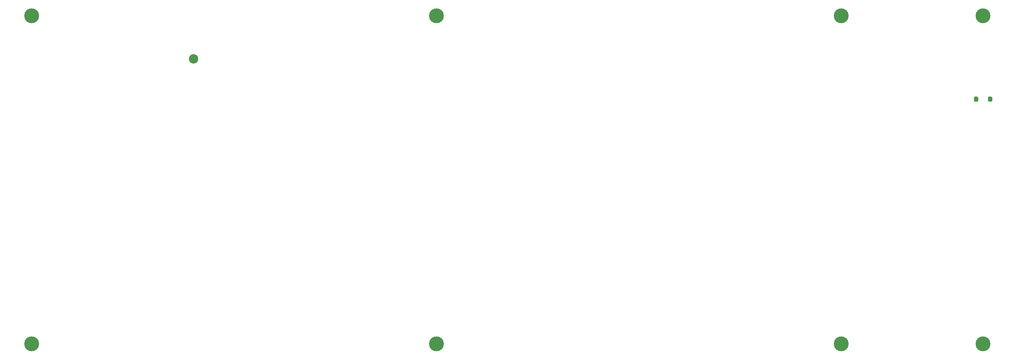
<source format=gbr>
G04 #@! TF.GenerationSoftware,KiCad,Pcbnew,(5.1.10-1-10_14)*
G04 #@! TF.CreationDate,2021-08-22T11:54:37-05:00*
G04 #@! TF.ProjectId,ori_bottom_plate,6f72695f-626f-4747-946f-6d5f706c6174,rev?*
G04 #@! TF.SameCoordinates,Original*
G04 #@! TF.FileFunction,Soldermask,Top*
G04 #@! TF.FilePolarity,Negative*
%FSLAX46Y46*%
G04 Gerber Fmt 4.6, Leading zero omitted, Abs format (unit mm)*
G04 Created by KiCad (PCBNEW (5.1.10-1-10_14)) date 2021-08-22 11:54:37*
%MOMM*%
%LPD*%
G01*
G04 APERTURE LIST*
%ADD10C,2.200000*%
%ADD11C,3.500000*%
G04 APERTURE END LIST*
D10*
X203623474Y-49993944D03*
D11*
X356023442Y-117264265D03*
X356023442Y-39873575D03*
X260773394Y-117264265D03*
X260773394Y-39873575D03*
X165523314Y-117264265D03*
X165523314Y-39873575D03*
G36*
G01*
X388211370Y-59168840D02*
X388211370Y-59868840D01*
G75*
G02*
X387961370Y-60118840I-250000J0D01*
G01*
X387461370Y-60118840D01*
G75*
G02*
X387211370Y-59868840I0J250000D01*
G01*
X387211370Y-59168840D01*
G75*
G02*
X387461370Y-58918840I250000J0D01*
G01*
X387961370Y-58918840D01*
G75*
G02*
X388211370Y-59168840I0J-250000D01*
G01*
G37*
G36*
G01*
X391511370Y-59168840D02*
X391511370Y-59868840D01*
G75*
G02*
X391261370Y-60118840I-250000J0D01*
G01*
X390761370Y-60118840D01*
G75*
G02*
X390511370Y-59868840I0J250000D01*
G01*
X390511370Y-59168840D01*
G75*
G02*
X390761370Y-58918840I250000J0D01*
G01*
X391261370Y-58918840D01*
G75*
G02*
X391511370Y-59168840I0J-250000D01*
G01*
G37*
X389360818Y-39873640D03*
X389360818Y-117264200D03*
M02*

</source>
